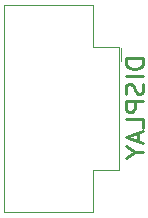
<source format=gbr>
%TF.GenerationSoftware,KiCad,Pcbnew,(6.0.0)*%
%TF.CreationDate,2022-03-30T16:25:39+04:00*%
%TF.ProjectId,Coffe_Machine_Gogokhia_Edition_SIMPLE,436f6666-655f-44d6-9163-68696e655f47,rev?*%
%TF.SameCoordinates,Original*%
%TF.FileFunction,Legend,Bot*%
%TF.FilePolarity,Positive*%
%FSLAX46Y46*%
G04 Gerber Fmt 4.6, Leading zero omitted, Abs format (unit mm)*
G04 Created by KiCad (PCBNEW (6.0.0)) date 2022-03-30 16:25:39*
%MOMM*%
%LPD*%
G01*
G04 APERTURE LIST*
%ADD10C,0.250000*%
%ADD11C,0.120000*%
G04 APERTURE END LIST*
D10*
X67578571Y-108417857D02*
X66078571Y-108417857D01*
X66078571Y-108775000D01*
X66150000Y-108989285D01*
X66292857Y-109132142D01*
X66435714Y-109203571D01*
X66721428Y-109275000D01*
X66935714Y-109275000D01*
X67221428Y-109203571D01*
X67364285Y-109132142D01*
X67507142Y-108989285D01*
X67578571Y-108775000D01*
X67578571Y-108417857D01*
X67578571Y-109917857D02*
X66078571Y-109917857D01*
X67507142Y-110560714D02*
X67578571Y-110775000D01*
X67578571Y-111132142D01*
X67507142Y-111275000D01*
X67435714Y-111346428D01*
X67292857Y-111417857D01*
X67150000Y-111417857D01*
X67007142Y-111346428D01*
X66935714Y-111275000D01*
X66864285Y-111132142D01*
X66792857Y-110846428D01*
X66721428Y-110703571D01*
X66650000Y-110632142D01*
X66507142Y-110560714D01*
X66364285Y-110560714D01*
X66221428Y-110632142D01*
X66150000Y-110703571D01*
X66078571Y-110846428D01*
X66078571Y-111203571D01*
X66150000Y-111417857D01*
X67578571Y-112060714D02*
X66078571Y-112060714D01*
X66078571Y-112632142D01*
X66150000Y-112775000D01*
X66221428Y-112846428D01*
X66364285Y-112917857D01*
X66578571Y-112917857D01*
X66721428Y-112846428D01*
X66792857Y-112775000D01*
X66864285Y-112632142D01*
X66864285Y-112060714D01*
X67578571Y-114275000D02*
X67578571Y-113560714D01*
X66078571Y-113560714D01*
X67150000Y-114703571D02*
X67150000Y-115417857D01*
X67578571Y-114560714D02*
X66078571Y-115060714D01*
X67578571Y-115560714D01*
X66864285Y-116346428D02*
X67578571Y-116346428D01*
X66078571Y-115846428D02*
X66864285Y-116346428D01*
X66078571Y-116846428D01*
D11*
%TO.C,J18*%
X63300000Y-103927000D02*
X55800000Y-103927000D01*
X63300000Y-117827000D02*
X65500000Y-117827000D01*
X63300000Y-103927000D02*
X63300000Y-107427000D01*
X65700000Y-107527000D02*
X65700000Y-108627000D01*
X55800000Y-103927000D02*
X55800000Y-121427000D01*
X65500000Y-117827000D02*
X65500000Y-107427000D01*
X63300000Y-117827000D02*
X63300000Y-121427000D01*
X55800000Y-121427000D02*
X63300000Y-121427000D01*
X63300000Y-107427000D02*
X65500000Y-107427000D01*
%TD*%
M02*

</source>
